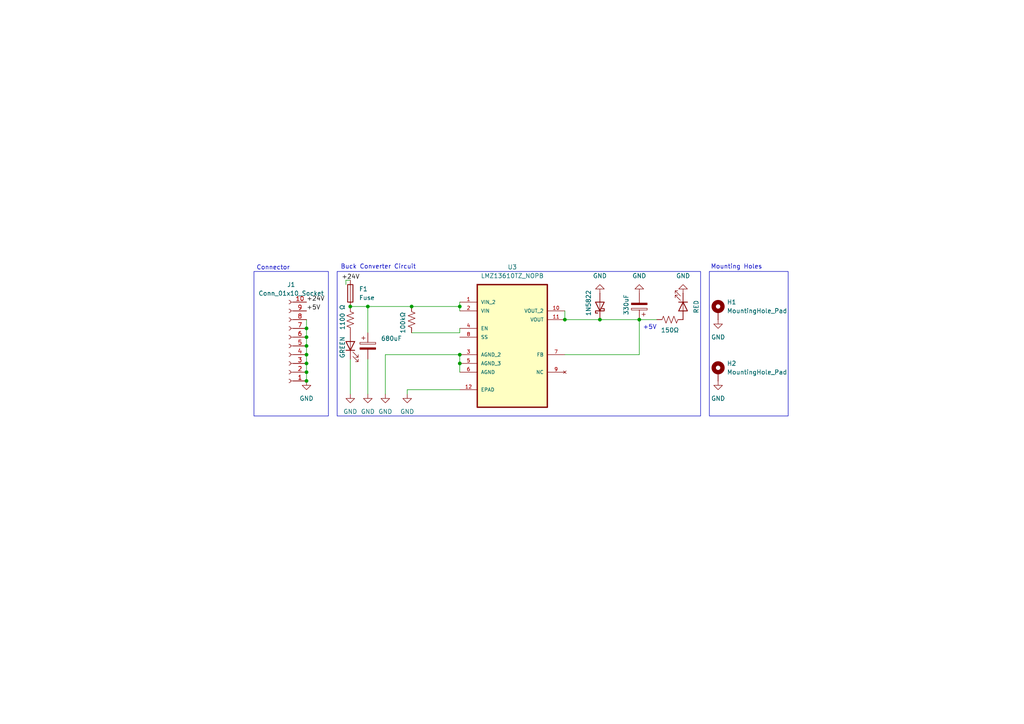
<source format=kicad_sch>
(kicad_sch (version 20250114) (generator "eeschema") (generator_version "9.0")
  (paper "A4")
  (lib_symbols
    (symbol "Device:C_Polarized" (pin_numbers (hide yes)) (pin_names (offset 0.254))
      (property "Reference" "C" (at 0.635 2.54 0))
      (property "Value" "C_Polarized" (at 0.635 -2.54 0))
      (symbol "C_Polarized_0_1"
        (rectangle (start -2.286 0.508) (end 2.286 1.016))
        (polyline (pts (xy -1.778 2.286) (xy -0.762 2.286)))
        (polyline (pts (xy -1.27 2.794) (xy -1.27 1.778)))
        (rectangle (start 2.286 -0.508) (end -2.286 -1.016) (fill (type outline)))
      )
      (symbol "C_Polarized_1_1"
        (pin passive line (at 0 3.81 270) (length 2.794) (name "~") (number "1"))
        (pin passive line (at 0 -3.81 90) (length 2.794) (name "~") (number "2"))
      )
    )
    (symbol "Device:Fuse" (pin_numbers (hide yes)) (pin_names (offset 0))
      (property "Reference" "F" (at 2.032 0 90))
      (property "Value" "Fuse" (at -1.905 0 90))
      (symbol "Fuse_0_1"
        (rectangle (start -0.762 -2.54) (end 0.762 2.54) (stroke (width 0.254)))
        (polyline (pts (xy 0 2.54) (xy 0 -2.54)))
      )
      (symbol "Fuse_1_1"
        (pin passive line (at 0 3.81 270) (length 1.27) (name "~") (number "1"))
        (pin passive line (at 0 -3.81 90) (length 1.27) (name "~") (number "2"))
      )
    )
    (symbol "Device:LED" (pin_numbers (hide yes)) (pin_names (offset 1.016) (hide yes))
      (property "Reference" "D" (at 0 2.54 0))
      (property "Value" "LED" (at 0 -2.54 0))
      (symbol "LED_0_1"
        (polyline (pts (xy -3.048 -0.762) (xy -4.572 -2.286) (xy -3.81 -2.286) (xy -4.572 -2.286) (xy -4.572 -1.524)))
        (polyline (pts (xy -1.778 -0.762) (xy -3.302 -2.286) (xy -2.54 -2.286) (xy -3.302 -2.286) (xy -3.302 -1.524)))
        (polyline (pts (xy -1.27 0) (xy 1.27 0)))
        (polyline (pts (xy -1.27 -1.27) (xy -1.27 1.27)) (stroke (width 0.254)))
        (polyline (pts (xy 1.27 -1.27) (xy 1.27 1.27) (xy -1.27 0) (xy 1.27 -1.27)) (stroke (width 0.254)))
      )
      (symbol "LED_1_1"
        (pin passive line (at -3.81 0 0) (length 2.54) (name "K") (number "1"))
        (pin passive line (at 3.81 0 180) (length 2.54) (name "A") (number "2"))
      )
    )
    (symbol "Device:R_US" (pin_numbers (hide yes)) (pin_names (offset 0))
      (property "Reference" "R" (at 2.54 0 90))
      (property "Value" "R_US" (at -2.54 0 90))
      (symbol "R_US_0_1"
        (polyline (pts (xy 0 2.286) (xy 0 2.54)))
        (polyline (pts (xy 0 2.286) (xy 1.016 1.905) (xy 0 1.524) (xy -1.016 1.143) (xy 0 0.762)))
        (polyline (pts (xy 0 0.762) (xy 1.016 0.381) (xy 0 0) (xy -1.016 -0.381) (xy 0 -0.762)))
        (polyline (pts (xy 0 -0.762) (xy 1.016 -1.143) (xy 0 -1.524) (xy -1.016 -1.905) (xy 0 -2.286)))
        (polyline (pts (xy 0 -2.286) (xy 0 -2.54)))
      )
      (symbol "R_US_1_1"
        (pin passive line (at 0 3.81 270) (length 1.27) (name "~") (number "1"))
        (pin passive line (at 0 -3.81 90) (length 1.27) (name "~") (number "2"))
      )
    )
    (symbol "Diode:1N5822" (pin_numbers (hide yes)) (pin_names (offset 1.016) (hide yes))
      (property "Reference" "D" (at 0 2.54 0))
      (property "Value" "1N5822" (at 0 -2.54 0))
      (symbol "1N5822_0_1"
        (polyline (pts (xy -1.905 0.635) (xy -1.905 1.27) (xy -1.27 1.27) (xy -1.27 -1.27) (xy -0.635 -1.27) (xy -0.635 -0.635)) (stroke (width 0.254)))
        (polyline (pts (xy 1.27 1.27) (xy 1.27 -1.27) (xy -1.27 0) (xy 1.27 1.27)) (stroke (width 0.254)))
        (polyline (pts (xy 1.27 0) (xy -1.27 0)))
      )
      (symbol "1N5822_1_1"
        (pin passive line (at -3.81 0 0) (length 2.54) (name "K") (number "1"))
        (pin passive line (at 3.81 0 180) (length 2.54) (name "A") (number "2"))
      )
    )
    (symbol "LMZ13610TZ_NOPB:LMZ13610TZ_NOPB" (pin_names (offset 1.016))
      (property "Reference" "U" (at -4.2751 16.8204 0))
      (property "Value" "LMZ13610TZ_NOPB" (at -5.1101 -23.2626 0))
      (symbol "LMZ13610TZ_NOPB_0_0"
        (rectangle (start -10.16 -20.32) (end 10.16 15.24) (stroke (width 0.4064)) (fill (type background)))
        (pin power_in line (at -15.24 10.16 0) (length 5.08) (name "VIN_2") (number "1"))
        (pin power_in line (at -15.24 7.62 0) (length 5.08) (name "VIN") (number "2"))
        (pin input line (at -15.24 2.54 0) (length 5.08) (name "EN") (number "4"))
        (pin input line (at -15.24 0 0) (length 5.08) (name "SS") (number "8"))
        (pin passive line (at -15.24 -5.08 0) (length 5.08) (name "AGND_2") (number "3"))
        (pin passive line (at -15.24 -7.62 0) (length 5.08) (name "AGND_3") (number "5"))
        (pin passive line (at -15.24 -10.16 0) (length 5.08) (name "AGND") (number "6"))
        (pin passive line (at -15.24 -15.24 0) (length 5.08) (name "EPAD") (number "12"))
        (pin output line (at 15.24 7.62 180) (length 5.08) (name "VOUT_2") (number "10"))
        (pin output line (at 15.24 5.08 180) (length 5.08) (name "VOUT") (number "11"))
        (pin input line (at 15.24 -5.08 180) (length 5.08) (name "FB") (number "7"))
        (pin no_connect line (at 15.24 -10.16 180) (length 5.08) (name "NC") (number "9"))
      )
    )
    (symbol "Library:Conn_01x10_Socket" (pin_names (offset 1.016) (hide yes))
      (property "Reference" "J" (at 0 12.7 0))
      (property "Value" "Conn_01x10_Socket" (at 0 -15.24 0))
      (symbol "Conn_01x10_Socket_1_1"
        (polyline (pts (xy -1.27 10.16) (xy -0.508 10.16)) (stroke (width 0.1524)))
        (polyline (pts (xy -1.27 7.62) (xy -0.508 7.62)) (stroke (width 0.1524)))
        (polyline (pts (xy -1.27 5.08) (xy -0.508 5.08)) (stroke (width 0.1524)))
        (polyline (pts (xy -1.27 2.54) (xy -0.508 2.54)) (stroke (width 0.1524)))
        (polyline (pts (xy -1.27 0) (xy -0.508 0)) (stroke (width 0.1524)))
        (polyline (pts (xy -1.27 -2.54) (xy -0.508 -2.54)) (stroke (width 0.1524)))
        (polyline (pts (xy -1.27 -5.08) (xy -0.508 -5.08)) (stroke (width 0.1524)))
        (polyline (pts (xy -1.27 -7.62) (xy -0.508 -7.62)) (stroke (width 0.1524)))
        (polyline (pts (xy -1.27 -10.16) (xy -0.508 -10.16)) (stroke (width 0.1524)))
        (polyline (pts (xy -1.27 -12.7) (xy -0.508 -12.7)) (stroke (width 0.1524)))
        (arc (start 0 9.652) (mid -0.5058 10.16) (end 0 10.668) (stroke (width 0.1524)))
        (arc (start 0 7.112) (mid -0.5058 7.62) (end 0 8.128) (stroke (width 0.1524)))
        (arc (start 0 4.572) (mid -0.5058 5.08) (end 0 5.588) (stroke (width 0.1524)))
        (arc (start 0 2.032) (mid -0.5058 2.54) (end 0 3.048) (stroke (width 0.1524)))
        (arc (start 0 -0.508) (mid -0.5058 0) (end 0 0.508) (stroke (width 0.1524)))
        (arc (start 0 -3.048) (mid -0.5058 -2.54) (end 0 -2.032) (stroke (width 0.1524)))
        (arc (start 0 -5.588) (mid -0.5058 -5.08) (end 0 -4.572) (stroke (width 0.1524)))
        (arc (start 0 -8.128) (mid -0.5058 -7.62) (end 0 -7.112) (stroke (width 0.1524)))
        (arc (start 0 -10.668) (mid -0.5058 -10.16) (end 0 -9.652) (stroke (width 0.1524)))
        (arc (start 0 -13.208) (mid -0.5058 -12.7) (end 0 -12.192) (stroke (width 0.1524)))
        (pin passive line (at -5.08 10.16 0) (length 3.81) (name "Pin_1") (number "1"))
        (pin passive line (at -5.08 7.62 0) (length 3.81) (name "Pin_2") (number "2"))
        (pin passive line (at -5.08 5.08 0) (length 3.81) (name "Pin_3") (number "3"))
        (pin passive line (at -5.08 2.54 0) (length 3.81) (name "Pin_4") (number "4"))
        (pin passive line (at -5.08 0 0) (length 3.81) (name "Pin_5") (number "5"))
        (pin passive line (at -5.08 -2.54 0) (length 3.81) (name "Pin_6") (number "6"))
        (pin passive line (at -5.08 -5.08 0) (length 3.81) (name "Pin_7") (number "7"))
        (pin passive line (at -5.08 -7.62 0) (length 3.81) (name "Pin_8") (number "8"))
        (pin passive line (at -5.08 -10.16 0) (length 3.81) (name "Pin_9") (number "9"))
        (pin passive line (at -5.08 -12.7 0) (length 3.81) (name "Pin_10") (number "10"))
      )
    )
    (symbol "Mechanical:MountingHole_Pad" (pin_numbers (hide yes)) (pin_names (offset 1.016) (hide yes)) (exclude_from_sim yes) (in_bom no)
      (property "Reference" "H" (at 0 6.35 0))
      (property "Value" "MountingHole_Pad" (at 0 4.445 0))
      (symbol "MountingHole_Pad_0_1"
        (circle (center 0 1.27) (radius 1.27) (stroke (width 1.27)))
      )
      (symbol "MountingHole_Pad_1_1"
        (pin input line (at 0 -2.54 90) (length 2.54) (name "1") (number "1"))
      )
    )
    (symbol "power:GND" (power) (pin_numbers (hide yes)) (pin_names (offset 0) (hide yes))
      (property "Value" "GND" (at 0 -3.81 0))
      (symbol "GND_0_1"
        (polyline (pts (xy 0 0) (xy 0 -1.27) (xy 1.27 -1.27) (xy 0 -2.54) (xy -1.27 -1.27) (xy 0 -1.27)))
      )
      (symbol "GND_1_1"
        (pin power_in line (at 0 0 270) (length 0) (name "~") (number "1"))
      )
    )
  )
  (rectangle (start 97.79 78.74) (end 203.2 120.65))
  (rectangle (start 205.74 78.74) (end 228.6 120.65))
  (rectangle (start 73.66 78.74) (end 95.25 120.65))
  (text "Connector" (at 79.248 77.724 0) (effects (font (size 1.27 1.27))))
  (text "+5V" (at 188.468 94.996 0) (effects (font (size 1.27 1.27))))
  (text "Mounting Holes" (at 213.614 77.47 0) (effects (font (size 1.27 1.27))))
  (text "Buck Converter Circuit" (at 109.728 77.47 0) (effects (font (size 1.27 1.27))))
  (junction (at 88.9 100.33))
  (junction (at 88.9 102.87))
  (junction (at 133.35 88.9))
  (junction (at 88.9 97.79))
  (junction (at 101.6 88.9))
  (junction (at 88.9 107.95))
  (junction (at 88.9 110.49))
  (junction (at 173.99 92.71))
  (junction (at 185.42 92.71))
  (junction (at 163.83 92.71))
  (junction (at 88.9 95.25))
  (junction (at 106.68 88.9))
  (junction (at 88.9 105.41))
  (junction (at 133.35 102.87))
  (junction (at 119.38 88.9))
  (junction (at 133.35 105.41))
  (wire (pts (xy 133.35 88.9) (xy 133.35 90.17)))
  (wire (pts (xy 101.6 104.14) (xy 101.6 114.3)))
  (wire (pts (xy 163.83 102.87) (xy 185.42 102.87)))
  (wire (pts (xy 133.35 102.87) (xy 133.35 105.41)))
  (wire (pts (xy 88.9 95.25) (xy 88.9 97.79)))
  (wire (pts (xy 88.9 102.87) (xy 88.9 105.41)))
  (wire (pts (xy 88.9 97.79) (xy 88.9 100.33)))
  (wire (pts (xy 133.35 96.52) (xy 133.35 95.25)))
  (wire (pts (xy 106.68 88.9) (xy 119.38 88.9)))
  (wire (pts (xy 133.35 105.41) (xy 133.35 107.95)))
  (wire (pts (xy 133.35 102.87) (xy 111.76 102.87)))
  (wire (pts (xy 88.9 92.71) (xy 88.9 95.25)))
  (wire (pts (xy 163.83 90.17) (xy 163.83 92.71)))
  (wire (pts (xy 88.9 100.33) (xy 88.9 102.87)))
  (wire (pts (xy 106.68 88.9) (xy 106.68 96.52)))
  (wire (pts (xy 100.33 81.28) (xy 101.6 81.28)))
  (wire (pts (xy 111.76 102.87) (xy 111.76 114.3)))
  (wire (pts (xy 163.83 92.71) (xy 173.99 92.71)))
  (wire (pts (xy 100.33 82.55) (xy 100.33 81.28)))
  (wire (pts (xy 101.6 88.9) (xy 106.68 88.9)))
  (wire (pts (xy 106.68 104.14) (xy 106.68 114.3)))
  (wire (pts (xy 133.35 113.03) (xy 118.11 113.03)))
  (wire (pts (xy 119.38 88.9) (xy 133.35 88.9)))
  (wire (pts (xy 133.35 87.63) (xy 133.35 88.9)))
  (wire (pts (xy 88.9 105.41) (xy 88.9 107.95)))
  (wire (pts (xy 173.99 92.71) (xy 185.42 92.71)))
  (wire (pts (xy 119.38 96.52) (xy 133.35 96.52)))
  (wire (pts (xy 185.42 92.71) (xy 190.5 92.71)))
  (wire (pts (xy 88.9 107.95) (xy 88.9 110.49)))
  (wire (pts (xy 118.11 113.03) (xy 118.11 114.3)))
  (wire (pts (xy 185.42 92.71) (xy 185.42 102.87)))
  (label "+5V" (at 88.9 90.17 0))
  (label "+24V" (at 99.06 81.28 0))
  (label "+24V" (at 88.9 87.63 0))
  (symbol (lib_id "power:GND") (at 185.42 85.09 180) (unit 1)
    (property "Reference" "#PWR09" (effects (hide yes)))
    (property "Value" "GND" (at 185.42 80.01 0))
    (property "Description" "Power symbol creates a global label with name \"GND\" , ground" (effects (hide yes)))
  )
  (symbol (lib_id "Device:R_US") (at 101.6 92.71 0) (unit 1)
    (property "Reference" "R1" (effects (hide yes)))
    (property "Value" "1100 Ω" (at 99.314 95.758 90) (effects (justify left)))
    (property "Description" "Resistor, US symbol" (effects (hide yes)))
  )
  (symbol (lib_id "Library:Conn_01x10_Socket") (at 83.82 100.33 180) (unit 1)
    (property "Reference" "J1" (at 84.455 82.55 0))
    (property "Value" "Conn_01x10_Socket" (at 84.455 85.09 0))
    (property "Footprint" "Library:PRECI-DIP_310-87-110-41-001101" (effects (hide yes)))
    (property "Datasheet" "https://precidip.com/product/310-87-110-41-001101/" (effects (hide yes)))
    (property "Description" "Generic connector, single row, 01x10, script generated" (effects (hide yes)))
  )
  (symbol (lib_id "Device:LED") (at 101.6 100.33 90) (unit 1)
    (property "Reference" "GREEN" (at 99.314 97.536 0) (effects (justify right)))
    (property "Value" "LED" (effects (hide yes)))
    (property "Description" "Light emitting diode" (effects (hide yes)))
    (property "Sim.Pins" "1=K 2=A" (effects (hide yes)))
  )
  (symbol (lib_id "power:GND") (at 208.28 92.71 0) (unit 1)
    (property "Reference" "#PWR02" (effects (hide yes)))
    (property "Value" "GND" (at 208.28 97.79 0))
    (property "Description" "Power symbol creates a global label with name \"GND\" , ground" (effects (hide yes)))
  )
  (symbol (lib_id "power:GND") (at 101.6 114.3 0) (unit 1)
    (property "Reference" "#PWR04" (effects (hide yes)))
    (property "Value" "GND" (at 101.6 119.38 0))
    (property "Description" "Power symbol creates a global label with name \"GND\" , ground" (effects (hide yes)))
  )
  (symbol (lib_id "power:GND") (at 198.12 85.09 180) (unit 1)
    (property "Reference" "#PWR08" (effects (hide yes)))
    (property "Value" "GND" (at 198.12 80.01 0))
    (property "Description" "Power symbol creates a global label with name \"GND\" , ground" (effects (hide yes)))
  )
  (symbol (lib_id "Diode:1N5822") (at 173.99 88.9 90) (unit 1)
    (property "Reference" "D1" (effects (hide yes)))
    (property "Value" "1N5822" (at 170.688 91.694 0) (effects (justify left)))
    (property "Footprint" "Diode_THT:D_DO-201AD_P15.24mm_Horizontal" (effects (hide yes)))
    (property "Datasheet" "http://www.vishay.com/docs/88526/1n5820.pdf" (effects (hide yes)))
    (property "Description" "40V 3A Schottky Barrier Rectifier Diode, DO-201AD" (effects (hide yes)))
  )
  (symbol (lib_id "power:GND") (at 106.68 114.3 0) (unit 1)
    (property "Reference" "#PWR05" (effects (hide yes)))
    (property "Value" "GND" (at 106.68 119.38 0))
    (property "Description" "Power symbol creates a global label with name \"GND\" , ground" (effects (hide yes)))
  )
  (symbol (lib_id "power:GND") (at 208.28 110.49 0) (unit 1)
    (property "Reference" "#PWR01" (effects (hide yes)))
    (property "Value" "GND" (at 208.28 115.57 0))
    (property "Description" "Power symbol creates a global label with name \"GND\" , ground" (effects (hide yes)))
  )
  (symbol (lib_id "Device:LED") (at 198.12 88.9 270) (unit 1)
    (property "Reference" "RED" (at 201.93 90.932 0) (effects (justify right)))
    (property "Value" "LED" (effects (hide yes)))
    (property "Description" "Light emitting diode" (effects (hide yes)))
    (property "Sim.Pins" "1=K 2=A" (effects (hide yes)))
  )
  (symbol (lib_id "LMZ13610TZ_NOPB:LMZ13610TZ_NOPB") (at 148.59 97.79 0) (unit 1)
    (property "Reference" "U3" (at 148.59 77.47 0))
    (property "Value" "LMZ13610TZ_NOPB" (at 148.59 80.01 0))
    (property "Footprint" "LMZ13610TZ_NOPB:TI_TO-PMOD-11" (effects (hide yes)))
    (property "MF" "Texas Instruments" (effects (hide yes)))
    (property "Description_1" "10A SIMPLE SWITCHER® Power Module with 36V Maximum Input Voltage" (effects (hide yes)))
    (property "PACKAGE" "TO-PMOD-11" (effects (hide yes)))
    (property "MPN" "LMZ13610TZ/NOPB" (effects (hide yes)))
    (property "Price" "None" (effects (hide yes)))
    (property "Package" "TO-PMOD-11 Texas Instruments" (effects (hide yes)))
    (property "OC_FARNELL" "1922943" (effects (hide yes)))
    (property "SnapEDA_Link" "https://www.snapeda.com/parts/LMZ13610TZ/NOPB/Texas+Instruments/view-part/?ref=snap" (effects (hide yes)))
    (property "MP" "LMZ13610TZ/NOPB" (effects (hide yes)))
    (property "SUPPLIER" "TEXAS INSTRUMENTS" (effects (hide yes)))
    (property "OC_NEWARK" "47T7393" (effects (hide yes)))
    (property "Availability" "In Stock" (effects (hide yes)))
    (property "Check_prices" "https://www.snapeda.com/parts/LMZ13610TZ/NOPB/Texas+Instruments/view-part/?ref=eda" (effects (hide yes)))
  )
  (symbol (lib_id "Mechanical:MountingHole_Pad") (at 208.28 90.17 0) (unit 1) (exclude_from_sim yes) (in_bom no)
    (property "Reference" "H1" (at 210.82 87.6299 0) (effects (justify left)))
    (property "Value" "MountingHole_Pad" (at 210.82 90.1699 0) (effects (justify left)))
    (property "Footprint" "MountingHole:MountingHole_3.7mm_Pad" (effects (hide yes)))
    (property "Description" "Mounting Hole with connection" (effects (hide yes)))
  )
  (symbol (lib_id "Mechanical:MountingHole_Pad") (at 208.28 107.95 0) (unit 1) (exclude_from_sim yes) (in_bom no)
    (property "Reference" "H2" (at 210.82 105.4099 0) (effects (justify left)))
    (property "Value" "MountingHole_Pad" (at 210.82 107.9499 0) (effects (justify left)))
    (property "Footprint" "MountingHole:MountingHole_3.7mm_Pad" (effects (hide yes)))
    (property "Description" "Mounting Hole with connection" (effects (hide yes)))
  )
  (symbol (lib_id "Device:R_US") (at 194.31 92.71 90) (unit 1)
    (property "Reference" "150Ω" (at 194.31 95.758 90))
    (property "Value" "R_US" (effects (hide yes)))
    (property "Description" "Resistor, US symbol" (effects (hide yes)))
  )
  (symbol (lib_id "power:GND") (at 88.9 110.49 0) (unit 1)
    (property "Reference" "#PWR03" (effects (hide yes)))
    (property "Value" "GND" (at 88.9 115.57 0))
    (property "Description" "Power symbol creates a global label with name \"GND\" , ground" (effects (hide yes)))
  )
  (symbol (lib_id "Device:R_US") (at 119.38 92.71 0) (unit 1)
    (property "Reference" "R2" (effects (hide yes)))
    (property "Value" "100kΩ" (at 116.84 96.774 90) (effects (justify left)))
    (property "Description" "Resistor, US symbol" (effects (hide yes)))
  )
  (symbol (lib_id "Device:C_Polarized") (at 185.42 88.9 180) (unit 1)
    (property "Reference" "C1" (effects (hide yes)))
    (property "Value" "330uF" (at 181.61 85.344 90) (effects (justify left)))
    (property "Description" "Polarized capacitor" (effects (hide yes)))
  )
  (symbol (lib_id "power:GND") (at 111.76 114.3 0) (unit 1)
    (property "Reference" "#PWR06" (effects (hide yes)))
    (property "Value" "GND" (at 111.76 119.38 0))
    (property "Description" "Power symbol creates a global label with name \"GND\" , ground" (effects (hide yes)))
  )
  (symbol (lib_id "Device:Fuse") (at 101.6 85.09 0) (unit 1)
    (property "Reference" "F1" (at 104.14 83.8199 0) (effects (justify left)))
    (property "Value" "Fuse" (at 104.14 86.3599 0) (effects (justify left)))
    (property "Description" "Fuse" (effects (hide yes)))
  )
  (symbol (lib_id "Device:C_Polarized") (at 106.68 100.33 0) (unit 1)
    (property "Reference" "680uF" (at 110.49 98.1709 0) (effects (justify left)))
    (property "Value" "C_Polarized" (effects (hide yes)))
    (property "Description" "Polarized capacitor" (effects (hide yes)))
  )
  (symbol (lib_id "power:GND") (at 118.11 114.3 0) (unit 1)
    (property "Reference" "#PWR07" (effects (hide yes)))
    (property "Value" "GND" (at 118.11 119.38 0))
    (property "Description" "Power symbol creates a global label with name \"GND\" , ground" (effects (hide yes)))
  )
  (symbol (lib_id "power:GND") (at 173.99 85.09 180) (unit 1)
    (property "Reference" "#PWR010" (effects (hide yes)))
    (property "Value" "GND" (at 173.99 80.01 0))
    (property "Description" "Power symbol creates a global label with name \"GND\" , ground" (effects (hide yes)))
  )
)
</source>
